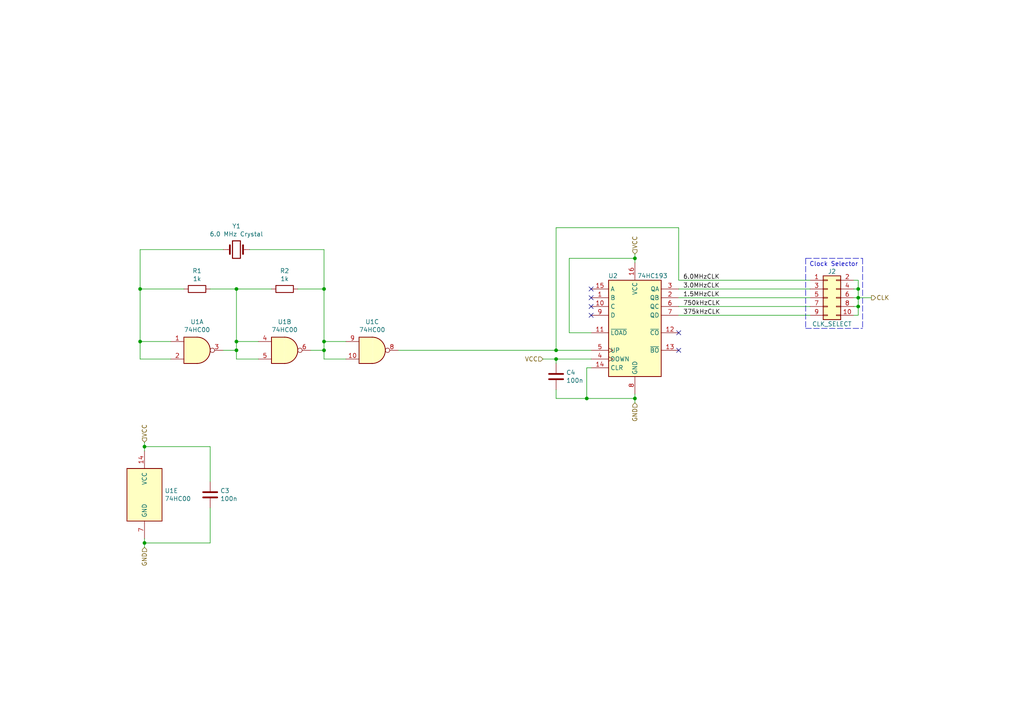
<source format=kicad_sch>
(kicad_sch (version 20211123) (generator eeschema)
  (paper "A4")
  (title_block (title "ZComputer Clock generator") (date "2021-10-01") (rev "v1.2") (company "Maxime Chretien") (comment 1 "mchretien@linuxmail.org"))
  (lib_symbols
    (symbol "74xx:74HC00" (pin_names (offset 1.016))
      (property "Reference" "U" (at 0 1.27 0))
      (property "Value" "74HC00" (at 0 -1.27 0))
      (symbol "74HC00_1_1"
        (arc (start 0 -3.81) (mid 3.81 0) (end 0 3.81) (stroke (width 0.254)) (fill (type background)))
        (polyline (pts (xy 0 3.81) (xy -3.81 3.81) (xy -3.81 -3.81) (xy 0 -3.81)) (stroke (width 0.254)) (fill (type background)))
        (pin input line (at -7.62 2.54 0) (length 3.81) (name "~") (number "1"))
        (pin input line (at -7.62 -2.54 0) (length 3.81) (name "~") (number "2"))
        (pin output inverted (at 7.62 0 180) (length 3.81) (name "~") (number "3"))
      )
      (symbol "74HC00_1_2"
        (arc (start -3.81 -3.81) (mid -2.589 0) (end -3.81 3.81) (stroke (width 0.254)))
        (arc (start -0.6096 -3.81) (mid 2.1842 -2.5851) (end 3.81 0) (stroke (width 0.254)) (fill (type background)))
        (polyline (pts (xy -3.81 -3.81) (xy -0.635 -3.81)) (stroke (width 0.254)) (fill (type background)))
        (polyline (pts (xy -3.81 3.81) (xy -0.635 3.81)) (stroke (width 0.254)) (fill (type background)))
        (polyline (pts (xy -0.635 3.81) (xy -3.81 3.81) (xy -3.81 3.81) (xy -3.556 3.4036) (xy -3.0226 2.2606) (xy -2.6924 1.0414) (xy -2.6162 -0.254) (xy -2.7686 -1.4986) (xy -3.175 -2.7178) (xy -3.81 -3.81) (xy -3.81 -3.81) (xy -0.635 -3.81)) (stroke (width -25.4)) (fill (type background)))
        (arc (start 3.81 0) (mid 2.1915 2.5936) (end -0.6096 3.81) (stroke (width 0.254)) (fill (type background)))
        (pin input inverted (at -7.62 2.54 0) (length 4.318) (name "~") (number "1"))
        (pin input inverted (at -7.62 -2.54 0) (length 4.318) (name "~") (number "2"))
        (pin output line (at 7.62 0 180) (length 3.81) (name "~") (number "3"))
      )
      (symbol "74HC00_2_1"
        (arc (start 0 -3.81) (mid 3.81 0) (end 0 3.81) (stroke (width 0.254)) (fill (type background)))
        (polyline (pts (xy 0 3.81) (xy -3.81 3.81) (xy -3.81 -3.81) (xy 0 -3.81)) (stroke (width 0.254)) (fill (type background)))
        (pin input line (at -7.62 2.54 0) (length 3.81) (name "~") (number "4"))
        (pin input line (at -7.62 -2.54 0) (length 3.81) (name "~") (number "5"))
        (pin output inverted (at 7.62 0 180) (length 3.81) (name "~") (number "6"))
      )
      (symbol "74HC00_2_2"
        (arc (start -3.81 -3.81) (mid -2.589 0) (end -3.81 3.81) (stroke (width 0.254)))
        (arc (start -0.6096 -3.81) (mid 2.1842 -2.5851) (end 3.81 0) (stroke (width 0.254)) (fill (type background)))
        (polyline (pts (xy -3.81 -3.81) (xy -0.635 -3.81)) (stroke (width 0.254)) (fill (type background)))
        (polyline (pts (xy -3.81 3.81) (xy -0.635 3.81)) (stroke (width 0.254)) (fill (type background)))
        (polyline (pts (xy -0.635 3.81) (xy -3.81 3.81) (xy -3.81 3.81) (xy -3.556 3.4036) (xy -3.0226 2.2606) (xy -2.6924 1.0414) (xy -2.6162 -0.254) (xy -2.7686 -1.4986) (xy -3.175 -2.7178) (xy -3.81 -3.81) (xy -3.81 -3.81) (xy -0.635 -3.81)) (stroke (width -25.4)) (fill (type background)))
        (arc (start 3.81 0) (mid 2.1915 2.5936) (end -0.6096 3.81) (stroke (width 0.254)) (fill (type background)))
        (pin input inverted (at -7.62 2.54 0) (length 4.318) (name "~") (number "4"))
        (pin input inverted (at -7.62 -2.54 0) (length 4.318) (name "~") (number "5"))
        (pin output line (at 7.62 0 180) (length 3.81) (name "~") (number "6"))
      )
      (symbol "74HC00_3_1"
        (arc (start 0 -3.81) (mid 3.81 0) (end 0 3.81) (stroke (width 0.254)) (fill (type background)))
        (polyline (pts (xy 0 3.81) (xy -3.81 3.81) (xy -3.81 -3.81) (xy 0 -3.81)) (stroke (width 0.254)) (fill (type background)))
        (pin input line (at -7.62 -2.54 0) (length 3.81) (name "~") (number "10"))
        (pin output inverted (at 7.62 0 180) (length 3.81) (name "~") (number "8"))
        (pin input line (at -7.62 2.54 0) (length 3.81) (name "~") (number "9"))
      )
      (symbol "74HC00_3_2"
        (arc (start -3.81 -3.81) (mid -2.589 0) (end -3.81 3.81) (stroke (width 0.254)))
        (arc (start -0.6096 -3.81) (mid 2.1842 -2.5851) (end 3.81 0) (stroke (width 0.254)) (fill (type background)))
        (polyline (pts (xy -3.81 -3.81) (xy -0.635 -3.81)) (stroke (width 0.254)) (fill (type background)))
        (polyline (pts (xy -3.81 3.81) (xy -0.635 3.81)) (stroke (width 0.254)) (fill (type background)))
        (polyline (pts (xy -0.635 3.81) (xy -3.81 3.81) (xy -3.81 3.81) (xy -3.556 3.4036) (xy -3.0226 2.2606) (xy -2.6924 1.0414) (xy -2.6162 -0.254) (xy -2.7686 -1.4986) (xy -3.175 -2.7178) (xy -3.81 -3.81) (xy -3.81 -3.81) (xy -0.635 -3.81)) (stroke (width -25.4)) (fill (type background)))
        (arc (start 3.81 0) (mid 2.1915 2.5936) (end -0.6096 3.81) (stroke (width 0.254)) (fill (type background)))
        (pin input inverted (at -7.62 -2.54 0) (length 4.318) (name "~") (number "10"))
        (pin output line (at 7.62 0 180) (length 3.81) (name "~") (number "8"))
        (pin input inverted (at -7.62 2.54 0) (length 4.318) (name "~") (number "9"))
      )
      (symbol "74HC00_4_1"
        (arc (start 0 -3.81) (mid 3.81 0) (end 0 3.81) (stroke (width 0.254)) (fill (type background)))
        (polyline (pts (xy 0 3.81) (xy -3.81 3.81) (xy -3.81 -3.81) (xy 0 -3.81)) (stroke (width 0.254)) (fill (type background)))
        (pin output inverted (at 7.62 0 180) (length 3.81) (name "~") (number "11"))
        (pin input line (at -7.62 2.54 0) (length 3.81) (name "~") (number "12"))
        (pin input line (at -7.62 -2.54 0) (length 3.81) (name "~") (number "13"))
      )
      (symbol "74HC00_4_2"
        (arc (start -3.81 -3.81) (mid -2.589 0) (end -3.81 3.81) (stroke (width 0.254)))
        (arc (start -0.6096 -3.81) (mid 2.1842 -2.5851) (end 3.81 0) (stroke (width 0.254)) (fill (type background)))
        (polyline (pts (xy -3.81 -3.81) (xy -0.635 -3.81)) (stroke (width 0.254)) (fill (type background)))
        (polyline (pts (xy -3.81 3.81) (xy -0.635 3.81)) (stroke (width 0.254)) (fill (type background)))
        (polyline (pts (xy -0.635 3.81) (xy -3.81 3.81) (xy -3.81 3.81) (xy -3.556 3.4036) (xy -3.0226 2.2606) (xy -2.6924 1.0414) (xy -2.6162 -0.254) (xy -2.7686 -1.4986) (xy -3.175 -2.7178) (xy -3.81 -3.81) (xy -3.81 -3.81) (xy -0.635 -3.81)) (stroke (width -25.4)) (fill (type background)))
        (arc (start 3.81 0) (mid 2.1915 2.5936) (end -0.6096 3.81) (stroke (width 0.254)) (fill (type background)))
        (pin output line (at 7.62 0 180) (length 3.81) (name "~") (number "11"))
        (pin input inverted (at -7.62 2.54 0) (length 4.318) (name "~") (number "12"))
        (pin input inverted (at -7.62 -2.54 0) (length 4.318) (name "~") (number "13"))
      )
      (symbol "74HC00_5_0"
        (pin power_in line (at 0 12.7 270) (length 5.08) (name "VCC") (number "14"))
        (pin power_in line (at 0 -12.7 90) (length 5.08) (name "GND") (number "7"))
      )
      (symbol "74HC00_5_1"
        (rectangle (start -5.08 7.62) (end 5.08 -7.62) (stroke (width 0.254)) (fill (type background)))
      )
    )
    (symbol "Connector_Generic:Conn_02x05_Odd_Even" (pin_names (offset 1.016) hide)
      (property "Reference" "J" (at 1.27 7.62 0))
      (property "Value" "Conn_02x05_Odd_Even" (at 1.27 -7.62 0))
      (symbol "Conn_02x05_Odd_Even_1_1"
        (rectangle (start -1.27 -4.953) (end 0 -5.207) (stroke (width 0.1524)))
        (rectangle (start -1.27 -2.413) (end 0 -2.667) (stroke (width 0.1524)))
        (rectangle (start -1.27 0.127) (end 0 -0.127) (stroke (width 0.1524)))
        (rectangle (start -1.27 2.667) (end 0 2.413) (stroke (width 0.1524)))
        (rectangle (start -1.27 5.207) (end 0 4.953) (stroke (width 0.1524)))
        (rectangle (start -1.27 6.35) (end 3.81 -6.35) (stroke (width 0.254)) (fill (type background)))
        (rectangle (start 3.81 -4.953) (end 2.54 -5.207) (stroke (width 0.1524)))
        (rectangle (start 3.81 -2.413) (end 2.54 -2.667) (stroke (width 0.1524)))
        (rectangle (start 3.81 0.127) (end 2.54 -0.127) (stroke (width 0.1524)))
        (rectangle (start 3.81 2.667) (end 2.54 2.413) (stroke (width 0.1524)))
        (rectangle (start 3.81 5.207) (end 2.54 4.953) (stroke (width 0.1524)))
        (pin passive line (at -5.08 5.08 0) (length 3.81) (name "Pin_1") (number "1"))
        (pin passive line (at 7.62 -5.08 180) (length 3.81) (name "Pin_10") (number "10"))
        (pin passive line (at 7.62 5.08 180) (length 3.81) (name "Pin_2") (number "2"))
        (pin passive line (at -5.08 2.54 0) (length 3.81) (name "Pin_3") (number "3"))
        (pin passive line (at 7.62 2.54 180) (length 3.81) (name "Pin_4") (number "4"))
        (pin passive line (at -5.08 0 0) (length 3.81) (name "Pin_5") (number "5"))
        (pin passive line (at 7.62 0 180) (length 3.81) (name "Pin_6") (number "6"))
        (pin passive line (at -5.08 -2.54 0) (length 3.81) (name "Pin_7") (number "7"))
        (pin passive line (at 7.62 -2.54 180) (length 3.81) (name "Pin_8") (number "8"))
        (pin passive line (at -5.08 -5.08 0) (length 3.81) (name "Pin_9") (number "9"))
      )
    )
    (symbol "Device:C" (pin_numbers hide) (pin_names (offset 0.254))
      (property "Reference" "C" (at 0.635 2.54 0))
      (property "Value" "C" (at 0.635 -2.54 0))
      (symbol "C_0_1"
        (polyline (pts (xy -2.032 -0.762) (xy 2.032 -0.762)) (stroke (width 0.508)))
        (polyline (pts (xy -2.032 0.762) (xy 2.032 0.762)) (stroke (width 0.508)))
      )
      (symbol "C_1_1"
        (pin passive line (at 0 3.81 270) (length 2.794) (name "~") (number "1"))
        (pin passive line (at 0 -3.81 90) (length 2.794) (name "~") (number "2"))
      )
    )
    (symbol "Device:Crystal" (pin_numbers hide) (pin_names (offset 1.016) hide)
      (property "Reference" "Y" (at 0 3.81 0))
      (property "Value" "Crystal" (at 0 -3.81 0))
      (symbol "Crystal_0_1"
        (rectangle (start -1.143 2.54) (end 1.143 -2.54) (stroke (width 0.3048)))
        (polyline (pts (xy -2.54 0) (xy -1.905 0)))
        (polyline (pts (xy -1.905 -1.27) (xy -1.905 1.27)) (stroke (width 0.508)))
        (polyline (pts (xy 1.905 -1.27) (xy 1.905 1.27)) (stroke (width 0.508)))
        (polyline (pts (xy 2.54 0) (xy 1.905 0)))
      )
      (symbol "Crystal_1_1"
        (pin passive line (at -3.81 0 0) (length 1.27) (name "1") (number "1"))
        (pin passive line (at 3.81 0 180) (length 1.27) (name "2") (number "2"))
      )
    )
    (symbol "Device:R" (pin_numbers hide) (pin_names (offset 0))
      (property "Reference" "R" (at 2.032 0 90))
      (property "Value" "R" (at 0 0 90))
      (symbol "R_0_1"
        (rectangle (start -1.016 -2.54) (end 1.016 2.54) (stroke (width 0.254)))
      )
      (symbol "R_1_1"
        (pin passive line (at 0 3.81 270) (length 1.27) (name "~") (number "1"))
        (pin passive line (at 0 -3.81 90) (length 1.27) (name "~") (number "2"))
      )
    )
    (symbol "Perso:74HC193"
      (property "Reference" "U" (at -7.62 13.97 0))
      (property "Value" "74HC193" (at 5.08 13.97 0))
      (symbol "74HC193_1_0"
        (pin input line (at -12.7 7.62 0) (length 5.08) (name "B") (number "1"))
        (pin input line (at -12.7 5.08 0) (length 5.08) (name "C") (number "10"))
        (pin input line (at -12.7 -2.54 0) (length 5.08) (name "~{LOAD}") (number "11"))
        (pin output line (at 12.7 -2.54 180) (length 5.08) (name "~{CO}") (number "12"))
        (pin output line (at 12.7 -7.62 180) (length 5.08) (name "~{BO}") (number "13"))
        (pin input line (at -12.7 -12.7 0) (length 5.08) (name "CLR") (number "14"))
        (pin input line (at -12.7 10.16 0) (length 5.08) (name "A") (number "15"))
        (pin power_in line (at 0 17.78 270) (length 5.08) (name "VCC") (number "16"))
        (pin output line (at 12.7 7.62 180) (length 5.08) (name "QB") (number "2"))
        (pin output line (at 12.7 10.16 180) (length 5.08) (name "QA") (number "3"))
        (pin input clock (at -12.7 -10.16 0) (length 5.08) (name "DOWN") (number "4"))
        (pin input clock (at -12.7 -7.62 0) (length 5.08) (name "UP") (number "5"))
        (pin output line (at 12.7 5.08 180) (length 5.08) (name "QC") (number "6"))
        (pin output line (at 12.7 2.54 180) (length 5.08) (name "QD") (number "7"))
        (pin power_in line (at 0 -20.32 90) (length 5.08) (name "GND") (number "8"))
        (pin input line (at -12.7 2.54 0) (length 5.08) (name "D") (number "9"))
      )
      (symbol "74HC193_1_1"
        (rectangle (start -7.62 12.7) (end 7.62 -15.24) (stroke (width 0.254)) (fill (type background)))
      )
    )
  )
  (junction (at 184.15 115.57))
  (junction (at 41.91 157.48))
  (junction (at 170.18 115.57))
  (junction (at 68.58 99.06))
  (junction (at 184.15 74.93))
  (junction (at 248.92 83.82))
  (junction (at 68.58 101.6))
  (junction (at 68.58 83.82))
  (junction (at 248.92 86.36))
  (junction (at 93.98 99.06))
  (junction (at 248.92 88.9))
  (junction (at 93.98 83.82))
  (junction (at 40.64 99.06))
  (junction (at 161.29 104.14))
  (junction (at 161.29 101.6))
  (junction (at 41.91 129.54))
  (junction (at 93.98 101.6))
  (junction (at 40.64 83.82))
  (no_connect (at 171.45 83.82))
  (no_connect (at 171.45 88.9))
  (no_connect (at 171.45 91.44))
  (no_connect (at 171.45 86.36))
  (no_connect (at 196.85 101.6))
  (no_connect (at 196.85 96.52))
  (wire (pts (xy 40.64 104.14) (xy 49.53 104.14)))
  (wire (pts (xy 74.93 104.14) (xy 68.58 104.14)))
  (wire (pts (xy 68.58 104.14) (xy 68.58 101.6)))
  (wire (pts (xy 93.98 99.06) (xy 100.33 99.06)))
  (wire (pts (xy 60.96 129.54) (xy 41.91 129.54)))
  (wire (pts (xy 72.39 72.39) (xy 93.98 72.39)))
  (wire (pts (xy 40.64 83.82) (xy 40.64 99.06)))
  (wire (pts (xy 161.29 105.41) (xy 161.29 104.14)))
  (wire (pts (xy 41.91 128.27) (xy 41.91 129.54)))
  (wire (pts (xy 196.85 66.04) (xy 196.85 81.28)))
  (wire (pts (xy 86.36 83.82) (xy 93.98 83.82)))
  (wire (pts (xy 184.15 73.66) (xy 184.15 74.93)))
  (wire (pts (xy 170.18 115.57) (xy 161.29 115.57)))
  (wire (pts (xy 161.29 101.6) (xy 171.45 101.6)))
  (polyline (pts (xy 233.68 95.25) (xy 250.19 95.25)))
  (wire (pts (xy 247.65 86.36) (xy 248.92 86.36)))
  (wire (pts (xy 184.15 115.57) (xy 184.15 116.84)))
  (wire (pts (xy 184.15 74.93) (xy 184.15 76.2)))
  (wire (pts (xy 248.92 86.36) (xy 252.73 86.36)))
  (wire (pts (xy 161.29 115.57) (xy 161.29 113.03)))
  (wire (pts (xy 93.98 104.14) (xy 93.98 101.6)))
  (wire (pts (xy 184.15 114.3) (xy 184.15 115.57)))
  (wire (pts (xy 248.92 86.36) (xy 248.92 88.9)))
  (wire (pts (xy 184.15 115.57) (xy 170.18 115.57)))
  (wire (pts (xy 64.77 72.39) (xy 40.64 72.39)))
  (wire (pts (xy 60.96 157.48) (xy 60.96 147.32)))
  (wire (pts (xy 78.74 83.82) (xy 68.58 83.82)))
  (wire (pts (xy 184.15 74.93) (xy 165.1 74.93)))
  (wire (pts (xy 68.58 101.6) (xy 68.58 99.06)))
  (wire (pts (xy 93.98 101.6) (xy 93.98 99.06)))
  (wire (pts (xy 248.92 91.44) (xy 247.65 91.44)))
  (wire (pts (xy 248.92 88.9) (xy 248.92 91.44)))
  (wire (pts (xy 60.96 83.82) (xy 68.58 83.82)))
  (wire (pts (xy 53.34 83.82) (xy 40.64 83.82)))
  (wire (pts (xy 165.1 96.52) (xy 171.45 96.52)))
  (wire (pts (xy 60.96 139.7) (xy 60.96 129.54)))
  (wire (pts (xy 247.65 81.28) (xy 248.92 81.28)))
  (wire (pts (xy 41.91 129.54) (xy 41.91 130.81)))
  (wire (pts (xy 234.95 91.44) (xy 196.85 91.44)))
  (wire (pts (xy 248.92 83.82) (xy 248.92 86.36)))
  (wire (pts (xy 90.17 101.6) (xy 93.98 101.6)))
  (wire (pts (xy 161.29 104.14) (xy 157.48 104.14)))
  (wire (pts (xy 41.91 157.48) (xy 41.91 158.75)))
  (wire (pts (xy 161.29 104.14) (xy 171.45 104.14)))
  (wire (pts (xy 248.92 81.28) (xy 248.92 83.82)))
  (wire (pts (xy 196.85 81.28) (xy 234.95 81.28)))
  (wire (pts (xy 41.91 156.21) (xy 41.91 157.48)))
  (wire (pts (xy 196.85 83.82) (xy 234.95 83.82)))
  (wire (pts (xy 100.33 104.14) (xy 93.98 104.14)))
  (wire (pts (xy 247.65 88.9) (xy 248.92 88.9)))
  (wire (pts (xy 49.53 99.06) (xy 40.64 99.06)))
  (wire (pts (xy 170.18 106.68) (xy 170.18 115.57)))
  (wire (pts (xy 115.57 101.6) (xy 161.29 101.6)))
  (wire (pts (xy 161.29 66.04) (xy 196.85 66.04)))
  (wire (pts (xy 161.29 101.6) (xy 161.29 66.04)))
  (wire (pts (xy 41.91 157.48) (xy 60.96 157.48)))
  (wire (pts (xy 234.95 86.36) (xy 196.85 86.36)))
  (wire (pts (xy 40.64 99.06) (xy 40.64 104.14)))
  (wire (pts (xy 171.45 106.68) (xy 170.18 106.68)))
  (wire (pts (xy 247.65 83.82) (xy 248.92 83.82)))
  (wire (pts (xy 68.58 99.06) (xy 74.93 99.06)))
  (polyline (pts (xy 250.19 74.93) (xy 250.19 95.25)))
  (polyline (pts (xy 233.68 74.93) (xy 233.68 95.25)))
  (polyline (pts (xy 233.68 74.93) (xy 250.19 74.93)))
  (wire (pts (xy 93.98 83.82) (xy 93.98 99.06)))
  (wire (pts (xy 64.77 101.6) (xy 68.58 101.6)))
  (wire (pts (xy 93.98 72.39) (xy 93.98 83.82)))
  (wire (pts (xy 68.58 83.82) (xy 68.58 99.06)))
  (wire (pts (xy 196.85 88.9) (xy 234.95 88.9)))
  (wire (pts (xy 40.64 72.39) (xy 40.64 83.82)))
  (wire (pts (xy 165.1 74.93) (xy 165.1 96.52)))
  (text "Clock Selector" (at 248.92 77.47 180) (effects (font (size 1.27 1.27)) (justify right bottom)))
  (label "750kHzCLK" (at 198.12 88.9 0))
  (label "3.0MHzCLK" (at 198.12 83.82 0))
  (label "6.0MHzCLK" (at 198.12 81.28 0))
  (label "375kHzCLK" (at 198.12 91.44 0))
  (label "1.5MHzCLK" (at 198.12 86.36 0))
  (hierarchical_label "GND" (shape input) (at 184.15 116.84 270))
  (hierarchical_label "CLK" (shape output) (at 252.73 86.36 0))
  (hierarchical_label "VCC" (shape input) (at 41.91 128.27 90))
  (hierarchical_label "GND" (shape input) (at 41.91 158.75 270))
  (hierarchical_label "VCC" (shape input) (at 157.48 104.14 180))
  (hierarchical_label "VCC" (shape input) (at 184.15 73.66 90))
  (symbol (lib_id "74xx:74HC00") (at 57.15 101.6 0) (unit 1)
    (property "Reference" "U1" (at 57.15 93.345 0))
    (property "Value" "74HC00" (at 57.15 95.6564 0))
    (property "Datasheet" "http://www.ti.com/lit/gpn/sn74hc00" (effects hide))
  )
  (symbol (lib_id "74xx:74HC00") (at 82.55 101.6 0) (unit 2)
    (property "Reference" "U1" (at 82.55 93.345 0))
    (property "Value" "74HC00" (at 82.55 95.6564 0))
    (property "Datasheet" "http://www.ti.com/lit/gpn/sn74hc00" (effects hide))
  )
  (symbol (lib_id "74xx:74HC00") (at 107.95 101.6 0) (unit 3)
    (property "Reference" "U1" (at 107.95 93.345 0))
    (property "Value" "74HC00" (at 107.95 95.6564 0))
    (property "Datasheet" "http://www.ti.com/lit/gpn/sn74hc00" (effects hide))
  )
  (symbol (lib_id "74xx:74HC00") (at 41.91 143.51 0) (unit 5)
    (property "Reference" "U1" (at 47.752 142.3416 0) (effects (justify left)))
    (property "Value" "74HC00" (at 47.752 144.653 0) (effects (justify left)))
    (property "Datasheet" "http://www.ti.com/lit/gpn/sn74hc00" (effects hide))
  )
  (symbol (lib_id "Device:Crystal") (at 68.58 72.39 0) (unit 1)
    (property "Reference" "Y1" (at 68.58 65.5828 0))
    (property "Value" "6.0 MHz Crystal" (at 68.58 67.8942 0))
  )
  (symbol (lib_id "Device:R") (at 57.15 83.82 270) (unit 1)
    (property "Reference" "R1" (at 57.15 78.5622 90))
    (property "Value" "1k" (at 57.15 80.8736 90))
  )
  (symbol (lib_id "Device:R") (at 82.55 83.82 270) (unit 1)
    (property "Reference" "R2" (at 82.55 78.5622 90))
    (property "Value" "1k" (at 82.55 80.8736 90))
  )
  (symbol (lib_id "Perso:74HC193") (at 184.15 93.98 0) (unit 1)
    (property "Reference" "U2" (at 177.8 80.01 0))
    (property "Value" "74HC193" (at 189.23 80.01 0))
    (property "Datasheet" "http://www.ti.com/lit/ds/symlink/sn74ls193.pdf" (effects hide))
  )
  (symbol (lib_id "Device:C") (at 60.96 143.51 0) (unit 1)
    (property "Reference" "C3" (at 63.881 142.3416 0) (effects (justify left)))
    (property "Value" "100n" (at 63.881 144.653 0) (effects (justify left)))
  )
  (symbol (lib_id "Device:C") (at 161.29 109.22 0) (unit 1)
    (property "Reference" "C4" (at 164.211 108.0516 0) (effects (justify left)))
    (property "Value" "100n" (at 164.211 110.363 0) (effects (justify left)))
  )
  (symbol (lib_id "Connector_Generic:Conn_02x05_Odd_Even") (at 240.03 86.36 0) (unit 1)
    (property "Reference" "J2" (at 241.3 78.74 0))
    (property "Value" "CLK_SELECT" (at 241.3 93.98 0))
  )
)
</source>
